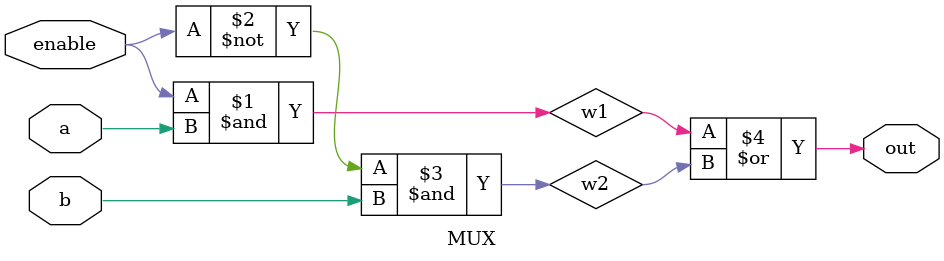
<source format=v>
`timescale 1ns / 1ps
module MUX(
    output out,
    input enable,
    input a,
    input b
    );
wire w1,w2;
and(w1,enable,a);
and(w2,~enable,b);
or(out,w1,w2);

endmodule

</source>
